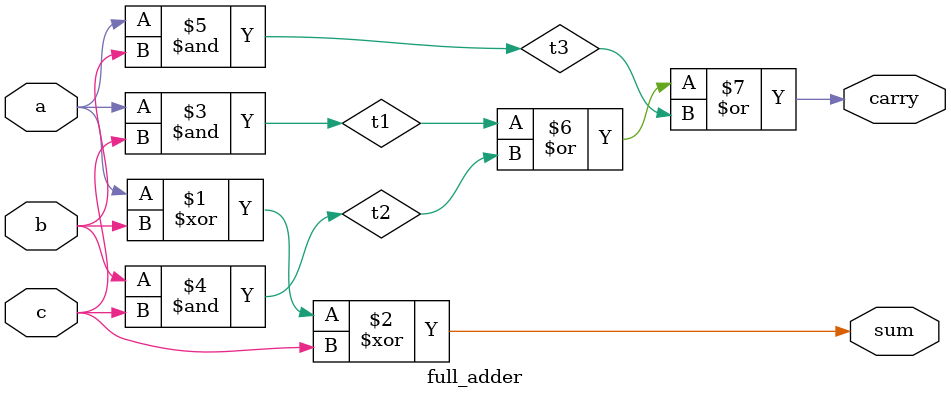
<source format=v>
`timescale 1ns / 1ps
module full_adder(input a,b,c, output sum ,carry);
wire t1,t2,t3;
xor(sum,a,b,c);
and(t1,a,c);
and(t2,b,c);
and(t3,a,b);
or(carry,t1,t2,t3);

endmodule

</source>
